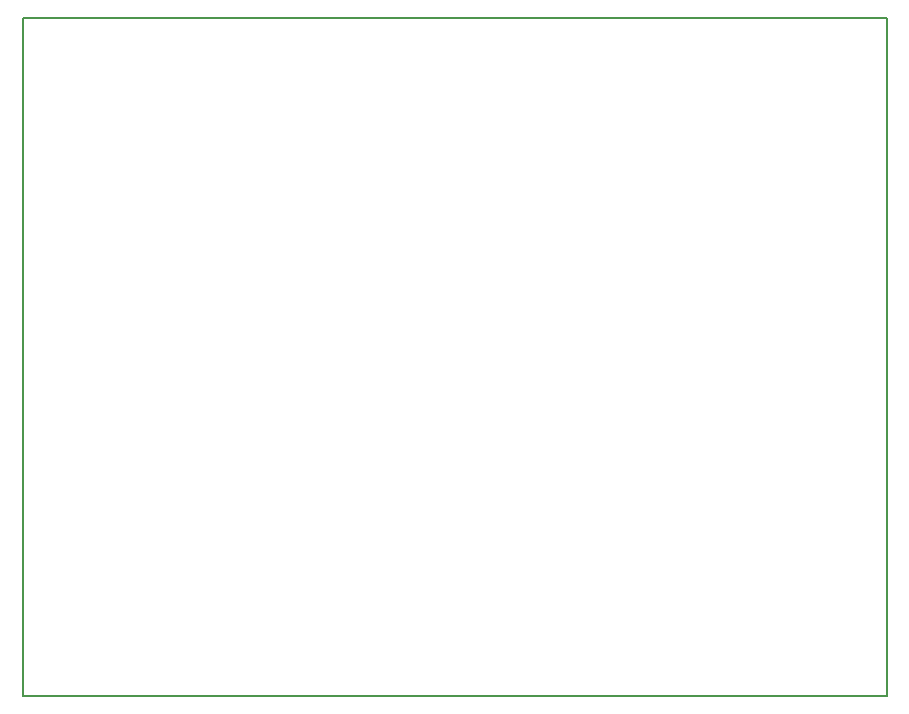
<source format=gm1>
G04 #@! TF.FileFunction,Profile,NP*
%FSLAX46Y46*%
G04 Gerber Fmt 4.6, Leading zero omitted, Abs format (unit mm)*
G04 Created by KiCad (PCBNEW 4.0.2-stable) date 17/08/2016 11:41:13*
%MOMM*%
G01*
G04 APERTURE LIST*
%ADD10C,0.100000*%
%ADD11C,0.150000*%
G04 APERTURE END LIST*
D10*
D11*
X-72517000Y635000D02*
X635000Y635000D01*
X-72517000Y-56769000D02*
X-72517000Y635000D01*
X635000Y-56769000D02*
X-72517000Y-56769000D01*
X635000Y635000D02*
X635000Y-56769000D01*
M02*

</source>
